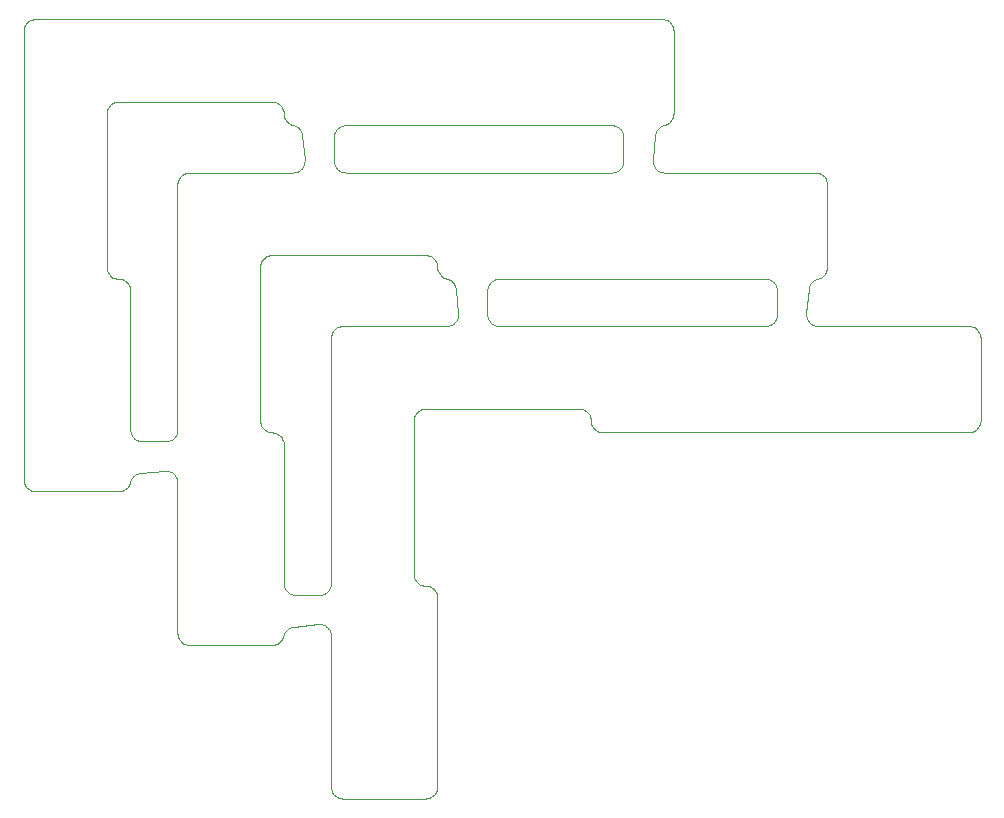
<source format=gko>
%MOIN*%
%OFA0B0*%
%FSLAX44Y44*%
%IPPOS*%
%LPD*%
%ADD10C,0*%
D10*
X00026377Y00034251D02*
X00026377Y00034251D01*
X00021352Y00034251D01*
X00021319Y00034253D01*
X00021287Y00034257D01*
X00021255Y00034264D01*
X00021223Y00034273D01*
X00021192Y00034285D01*
X00021163Y00034300D01*
X00021135Y00034317D01*
X00021108Y00034336D01*
X00021083Y00034358D01*
X00021060Y00034381D01*
X00021039Y00034407D01*
X00021020Y00034434D01*
X00021004Y00034462D01*
X00020990Y00034492D01*
X00020978Y00034523D01*
X00020969Y00034554D01*
X00020963Y00034587D01*
X00020959Y00034619D01*
X00020959Y00034652D01*
X00020961Y00034685D01*
X00021043Y00035494D01*
X00021047Y00035518D01*
X00021051Y00035542D01*
X00021057Y00035565D01*
X00021065Y00035588D01*
X00021074Y00035611D01*
X00021084Y00035633D01*
X00021096Y00035654D01*
X00021109Y00035674D01*
X00021123Y00035694D01*
X00021139Y00035713D01*
X00021155Y00035731D01*
X00021173Y00035747D01*
X00021191Y00035763D01*
X00021211Y00035777D01*
X00021231Y00035791D01*
X00021252Y00035802D01*
X00021274Y00035813D01*
X00021297Y00035822D01*
X00021320Y00035830D01*
X00021343Y00035836D01*
X00021381Y00035846D01*
X00021438Y00035869D01*
X00021491Y00035901D01*
X00021538Y00035942D01*
X00021578Y00035989D01*
X00021610Y00036041D01*
X00021634Y00036098D01*
X00021648Y00036158D01*
X00021653Y00036220D01*
X00021653Y00038976D01*
X00021648Y00039037D01*
X00021634Y00039098D01*
X00021610Y00039155D01*
X00021578Y00039207D01*
X00021538Y00039254D01*
X00021491Y00039294D01*
X00021438Y00039327D01*
X00021381Y00039350D01*
X00021321Y00039365D01*
X00021259Y00039370D01*
X00000393Y00039370D01*
X00000332Y00039365D01*
X00000272Y00039350D01*
X00000214Y00039327D01*
X00000162Y00039294D01*
X00000115Y00039254D01*
X00000075Y00039207D01*
X00000042Y00039155D01*
X00000019Y00039098D01*
X00000004Y00039037D01*
X00000000Y00038976D01*
X00000000Y00024015D01*
X00000004Y00023954D01*
X00000019Y00023894D01*
X00000042Y00023837D01*
X00000075Y00023784D01*
X00000115Y00023737D01*
X00000162Y00023697D01*
X00000214Y00023664D01*
X00000272Y00023641D01*
X00000332Y00023626D01*
X00000393Y00023622D01*
X00003149Y00023622D01*
X00003211Y00023626D01*
X00003271Y00023641D01*
X00003328Y00023664D01*
X00003381Y00023697D01*
X00003427Y00023737D01*
X00003468Y00023784D01*
X00003500Y00023837D01*
X00003524Y00023894D01*
X00003533Y00023932D01*
X00003539Y00023955D01*
X00003547Y00023978D01*
X00003556Y00024000D01*
X00003567Y00024022D01*
X00003579Y00024043D01*
X00003592Y00024064D01*
X00003606Y00024083D01*
X00003622Y00024102D01*
X00003639Y00024119D01*
X00003656Y00024136D01*
X00003675Y00024151D01*
X00003695Y00024166D01*
X00003715Y00024179D01*
X00003736Y00024190D01*
X00003758Y00024201D01*
X00003781Y00024210D01*
X00003804Y00024217D01*
X00003828Y00024223D01*
X00003851Y00024228D01*
X00003875Y00024231D01*
X00004684Y00024314D01*
X00004717Y00024316D01*
X00004750Y00024315D01*
X00004782Y00024312D01*
X00004815Y00024305D01*
X00004846Y00024296D01*
X00004877Y00024285D01*
X00004907Y00024271D01*
X00004935Y00024254D01*
X00004962Y00024236D01*
X00004988Y00024215D01*
X00005011Y00024191D01*
X00005033Y00024167D01*
X00005052Y00024140D01*
X00005069Y00024112D01*
X00005084Y00024082D01*
X00005096Y00024052D01*
X00005105Y00024020D01*
X00005112Y00023988D01*
X00005116Y00023955D01*
X00005118Y00023922D01*
X00005118Y00018897D01*
X00005122Y00018836D01*
X00005137Y00018775D01*
X00005161Y00018718D01*
X00005193Y00018666D01*
X00005233Y00018619D01*
X00005280Y00018579D01*
X00005333Y00018546D01*
X00005390Y00018523D01*
X00005450Y00018508D01*
X00005511Y00018503D01*
X00008267Y00018503D01*
X00008329Y00018508D01*
X00008389Y00018523D01*
X00008446Y00018546D01*
X00008499Y00018579D01*
X00008546Y00018619D01*
X00008586Y00018666D01*
X00008618Y00018718D01*
X00008642Y00018775D01*
X00008651Y00018813D01*
X00008657Y00018837D01*
X00008665Y00018860D01*
X00008674Y00018882D01*
X00008685Y00018904D01*
X00008697Y00018925D01*
X00008710Y00018946D01*
X00008724Y00018965D01*
X00008740Y00018984D01*
X00008757Y00019001D01*
X00008774Y00019018D01*
X00008793Y00019033D01*
X00008813Y00019047D01*
X00008833Y00019060D01*
X00008855Y00019072D01*
X00008877Y00019083D01*
X00008899Y00019092D01*
X00008922Y00019099D01*
X00008946Y00019105D01*
X00008969Y00019110D01*
X00008994Y00019113D01*
X00009802Y00019196D01*
X00009835Y00019198D01*
X00009868Y00019197D01*
X00009900Y00019194D01*
X00009933Y00019187D01*
X00009964Y00019178D01*
X00009995Y00019167D01*
X00010025Y00019153D01*
X00010054Y00019136D01*
X00010081Y00019117D01*
X00010106Y00019096D01*
X00010129Y00019073D01*
X00010151Y00019048D01*
X00010170Y00019022D01*
X00010187Y00018994D01*
X00010202Y00018964D01*
X00010214Y00018933D01*
X00010223Y00018902D01*
X00010230Y00018870D01*
X00010234Y00018837D01*
X00010236Y00018804D01*
X00010236Y00013779D01*
X00010241Y00013717D01*
X00010255Y00013657D01*
X00010279Y00013600D01*
X00010311Y00013548D01*
X00010351Y00013501D01*
X00010398Y00013461D01*
X00010451Y00013428D01*
X00010508Y00013405D01*
X00010568Y00013390D01*
X00010629Y00013385D01*
X00013385Y00013385D01*
X00013447Y00013390D01*
X00013507Y00013405D01*
X00013564Y00013428D01*
X00013617Y00013461D01*
X00013664Y00013501D01*
X00013704Y00013548D01*
X00013736Y00013600D01*
X00013760Y00013657D01*
X00013774Y00013717D01*
X00013779Y00013779D01*
X00013779Y00020078D01*
X00013774Y00020140D01*
X00013760Y00020200D01*
X00013736Y00020257D01*
X00013704Y00020310D01*
X00013664Y00020357D01*
X00013617Y00020397D01*
X00013564Y00020429D01*
X00013507Y00020453D01*
X00013447Y00020467D01*
X00013385Y00020472D01*
X00013385Y00020472D01*
X00013324Y00020477D01*
X00013264Y00020491D01*
X00013207Y00020515D01*
X00013154Y00020547D01*
X00013107Y00020587D01*
X00013067Y00020634D01*
X00013035Y00020687D01*
X00013011Y00020744D01*
X00012996Y00020804D01*
X00012992Y00020866D01*
X00012992Y00025984D01*
X00012996Y00026045D01*
X00013011Y00026105D01*
X00013035Y00026162D01*
X00013067Y00026215D01*
X00013107Y00026262D01*
X00013154Y00026302D01*
X00013207Y00026335D01*
X00013264Y00026358D01*
X00013324Y00026373D01*
X00013385Y00026377D01*
X00018503Y00026377D01*
X00018565Y00026373D01*
X00018625Y00026358D01*
X00018682Y00026335D01*
X00018735Y00026302D01*
X00018782Y00026262D01*
X00018822Y00026215D01*
X00018854Y00026162D01*
X00018878Y00026105D01*
X00018892Y00026045D01*
X00018897Y00025984D01*
X00018897Y00025984D01*
X00018902Y00025922D01*
X00018916Y00025862D01*
X00018940Y00025805D01*
X00018972Y00025752D01*
X00019012Y00025705D01*
X00019059Y00025665D01*
X00019112Y00025633D01*
X00019169Y00025609D01*
X00019229Y00025595D01*
X00019291Y00025590D01*
X00031496Y00025590D01*
X00031557Y00025595D01*
X00031617Y00025609D01*
X00031674Y00025633D01*
X00031727Y00025665D01*
X00031774Y00025705D01*
X00031814Y00025752D01*
X00031846Y00025805D01*
X00031870Y00025862D01*
X00031884Y00025922D01*
X00031889Y00025984D01*
X00031889Y00028740D01*
X00031884Y00028801D01*
X00031870Y00028861D01*
X00031846Y00028918D01*
X00031814Y00028971D01*
X00031774Y00029018D01*
X00031727Y00029058D01*
X00031674Y00029090D01*
X00031617Y00029114D01*
X00031557Y00029129D01*
X00031496Y00029133D01*
X00026470Y00029133D01*
X00026438Y00029135D01*
X00026405Y00029139D01*
X00026373Y00029146D01*
X00026341Y00029155D01*
X00026311Y00029167D01*
X00026281Y00029182D01*
X00026253Y00029199D01*
X00026226Y00029218D01*
X00026201Y00029240D01*
X00026178Y00029263D01*
X00026157Y00029289D01*
X00026138Y00029316D01*
X00026122Y00029344D01*
X00026108Y00029374D01*
X00026096Y00029405D01*
X00026087Y00029436D01*
X00026081Y00029469D01*
X00026078Y00029501D01*
X00026077Y00029534D01*
X00026079Y00029567D01*
X00026161Y00030376D01*
X00026165Y00030400D01*
X00026169Y00030423D01*
X00026175Y00030447D01*
X00026183Y00030470D01*
X00026192Y00030493D01*
X00026202Y00030514D01*
X00026214Y00030536D01*
X00026227Y00030556D01*
X00026241Y00030576D01*
X00026257Y00030595D01*
X00026273Y00030612D01*
X00026291Y00030629D01*
X00026309Y00030645D01*
X00026329Y00030659D01*
X00026349Y00030672D01*
X00026371Y00030684D01*
X00026392Y00030695D01*
X00026415Y00030704D01*
X00026438Y00030712D01*
X00026461Y00030718D01*
X00026499Y00030727D01*
X00026556Y00030751D01*
X00026609Y00030783D01*
X00026656Y00030823D01*
X00026696Y00030870D01*
X00026728Y00030923D01*
X00026752Y00030980D01*
X00026766Y00031040D01*
X00026771Y00031102D01*
X00026771Y00033858D01*
X00026766Y00033919D01*
X00026752Y00033979D01*
X00026728Y00034037D01*
X00026696Y00034089D01*
X00026656Y00034136D01*
X00026609Y00034176D01*
X00026556Y00034209D01*
X00026499Y00034232D01*
X00026439Y00034247D01*
X00026377Y00034251D01*
X00008661Y00020565D02*
X00008661Y00020565D01*
X00008661Y00025196D01*
X00008656Y00025258D01*
X00008642Y00025318D01*
X00008618Y00025375D01*
X00008586Y00025428D01*
X00008546Y00025475D01*
X00008499Y00025515D01*
X00008446Y00025547D01*
X00008389Y00025571D01*
X00008329Y00025585D01*
X00008267Y00025590D01*
X00008267Y00025590D01*
X00008206Y00025595D01*
X00008146Y00025609D01*
X00008088Y00025633D01*
X00008036Y00025665D01*
X00007989Y00025705D01*
X00007949Y00025752D01*
X00007916Y00025805D01*
X00007893Y00025862D01*
X00007878Y00025922D01*
X00007874Y00025984D01*
X00007874Y00031102D01*
X00007878Y00031163D01*
X00007893Y00031224D01*
X00007916Y00031281D01*
X00007949Y00031333D01*
X00007989Y00031380D01*
X00008036Y00031420D01*
X00008088Y00031453D01*
X00008146Y00031476D01*
X00008206Y00031491D01*
X00008267Y00031496D01*
X00013385Y00031496D01*
X00013447Y00031491D01*
X00013507Y00031476D01*
X00013564Y00031453D01*
X00013617Y00031420D01*
X00013664Y00031380D01*
X00013704Y00031333D01*
X00013736Y00031281D01*
X00013760Y00031224D01*
X00013774Y00031163D01*
X00013779Y00031102D01*
X00013779Y00031102D01*
X00013784Y00031040D01*
X00013798Y00030980D01*
X00013822Y00030923D01*
X00013854Y00030870D01*
X00013894Y00030823D01*
X00013941Y00030783D01*
X00013994Y00030751D01*
X00014051Y00030727D01*
X00014089Y00030718D01*
X00014112Y00030712D01*
X00014135Y00030704D01*
X00014158Y00030695D01*
X00014180Y00030684D01*
X00014201Y00030672D01*
X00014221Y00030659D01*
X00014241Y00030645D01*
X00014259Y00030629D01*
X00014277Y00030612D01*
X00014293Y00030595D01*
X00014309Y00030576D01*
X00014323Y00030556D01*
X00014336Y00030536D01*
X00014348Y00030514D01*
X00014358Y00030493D01*
X00014367Y00030470D01*
X00014375Y00030447D01*
X00014381Y00030423D01*
X00014386Y00030400D01*
X00014389Y00030376D01*
X00014471Y00029567D01*
X00014473Y00029534D01*
X00014473Y00029501D01*
X00014469Y00029469D01*
X00014463Y00029436D01*
X00014454Y00029405D01*
X00014442Y00029374D01*
X00014428Y00029344D01*
X00014412Y00029316D01*
X00014393Y00029289D01*
X00014372Y00029263D01*
X00014349Y00029240D01*
X00014324Y00029218D01*
X00014297Y00029199D01*
X00014269Y00029182D01*
X00014240Y00029167D01*
X00014209Y00029155D01*
X00014178Y00029146D01*
X00014145Y00029139D01*
X00014113Y00029135D01*
X00014080Y00029133D01*
X00010629Y00029133D01*
X00010568Y00029129D01*
X00010508Y00029114D01*
X00010451Y00029090D01*
X00010398Y00029058D01*
X00010351Y00029018D01*
X00010311Y00028971D01*
X00010279Y00028918D01*
X00010255Y00028861D01*
X00010241Y00028801D01*
X00010236Y00028740D01*
X00010236Y00020565D01*
X00010235Y00020534D01*
X00010231Y00020503D01*
X00010225Y00020473D01*
X00010216Y00020443D01*
X00010206Y00020414D01*
X00010193Y00020386D01*
X00010178Y00020359D01*
X00010161Y00020333D01*
X00010141Y00020309D01*
X00010120Y00020286D01*
X00010098Y00020266D01*
X00010073Y00020246D01*
X00010048Y00020229D01*
X00010021Y00020214D01*
X00009993Y00020201D01*
X00009964Y00020190D01*
X00009934Y00020182D01*
X00009904Y00020176D01*
X00009873Y00020172D01*
X00009842Y00020171D01*
X00009055Y00020171D01*
X00009024Y00020172D01*
X00008993Y00020176D01*
X00008963Y00020182D01*
X00008933Y00020190D01*
X00008904Y00020201D01*
X00008876Y00020214D01*
X00008849Y00020229D01*
X00008823Y00020246D01*
X00008799Y00020266D01*
X00008776Y00020286D01*
X00008755Y00020309D01*
X00008736Y00020333D01*
X00008719Y00020359D01*
X00008704Y00020386D01*
X00008691Y00020414D01*
X00008680Y00020443D01*
X00008672Y00020473D01*
X00008666Y00020503D01*
X00008662Y00020534D01*
X00008661Y00020565D01*
X00024710Y00030708D02*
X00024710Y00030708D01*
X00024741Y00030707D01*
X00024771Y00030703D01*
X00024802Y00030697D01*
X00024831Y00030689D01*
X00024860Y00030678D01*
X00024888Y00030665D01*
X00024915Y00030650D01*
X00024941Y00030633D01*
X00024965Y00030614D01*
X00024988Y00030593D01*
X00025009Y00030570D01*
X00025028Y00030546D01*
X00025045Y00030520D01*
X00025060Y00030493D01*
X00025073Y00030465D01*
X00025084Y00030436D01*
X00025093Y00030406D01*
X00025099Y00030376D01*
X00025102Y00030345D01*
X00025103Y00030314D01*
X00025103Y00029527D01*
X00025102Y00029496D01*
X00025099Y00029465D01*
X00025093Y00029435D01*
X00025084Y00029405D01*
X00025073Y00029376D01*
X00025060Y00029348D01*
X00025045Y00029321D01*
X00025028Y00029296D01*
X00025009Y00029271D01*
X00024988Y00029249D01*
X00024965Y00029228D01*
X00024941Y00029209D01*
X00024915Y00029191D01*
X00024888Y00029176D01*
X00024860Y00029163D01*
X00024831Y00029153D01*
X00024802Y00029144D01*
X00024771Y00029138D01*
X00024741Y00029135D01*
X00024710Y00029133D01*
X00015840Y00029133D01*
X00015810Y00029135D01*
X00015779Y00029138D01*
X00015749Y00029144D01*
X00015719Y00029153D01*
X00015690Y00029163D01*
X00015662Y00029176D01*
X00015635Y00029191D01*
X00015609Y00029209D01*
X00015585Y00029228D01*
X00015562Y00029249D01*
X00015541Y00029271D01*
X00015522Y00029296D01*
X00015505Y00029321D01*
X00015490Y00029348D01*
X00015477Y00029376D01*
X00015466Y00029405D01*
X00015458Y00029435D01*
X00015452Y00029465D01*
X00015448Y00029496D01*
X00015447Y00029527D01*
X00015447Y00030314D01*
X00015448Y00030345D01*
X00015452Y00030376D01*
X00015458Y00030406D01*
X00015466Y00030436D01*
X00015477Y00030465D01*
X00015490Y00030493D01*
X00015505Y00030520D01*
X00015522Y00030546D01*
X00015541Y00030570D01*
X00015562Y00030593D01*
X00015585Y00030614D01*
X00015609Y00030633D01*
X00015635Y00030650D01*
X00015662Y00030665D01*
X00015690Y00030678D01*
X00015719Y00030689D01*
X00015749Y00030697D01*
X00015779Y00030703D01*
X00015810Y00030707D01*
X00015840Y00030708D01*
X00024710Y00030708D01*
X00010722Y00034251D02*
X00010722Y00034251D01*
X00010691Y00034253D01*
X00010661Y00034256D01*
X00010630Y00034262D01*
X00010601Y00034271D01*
X00010572Y00034281D01*
X00010544Y00034294D01*
X00010517Y00034309D01*
X00010491Y00034327D01*
X00010467Y00034346D01*
X00010444Y00034367D01*
X00010423Y00034389D01*
X00010404Y00034414D01*
X00010387Y00034439D01*
X00010372Y00034466D01*
X00010359Y00034495D01*
X00010348Y00034524D01*
X00010340Y00034553D01*
X00010334Y00034584D01*
X00010330Y00034614D01*
X00010329Y00034645D01*
X00010329Y00035433D01*
X00010330Y00035463D01*
X00010334Y00035494D01*
X00010340Y00035524D01*
X00010348Y00035554D01*
X00010359Y00035583D01*
X00010372Y00035611D01*
X00010387Y00035638D01*
X00010404Y00035664D01*
X00010423Y00035688D01*
X00010444Y00035711D01*
X00010467Y00035732D01*
X00010491Y00035751D01*
X00010517Y00035768D01*
X00010544Y00035783D01*
X00010572Y00035796D01*
X00010601Y00035807D01*
X00010630Y00035815D01*
X00010661Y00035821D01*
X00010691Y00035825D01*
X00010722Y00035826D01*
X00019592Y00035826D01*
X00019622Y00035825D01*
X00019653Y00035821D01*
X00019684Y00035815D01*
X00019713Y00035807D01*
X00019742Y00035796D01*
X00019770Y00035783D01*
X00019797Y00035768D01*
X00019823Y00035751D01*
X00019847Y00035732D01*
X00019870Y00035711D01*
X00019891Y00035688D01*
X00019910Y00035664D01*
X00019927Y00035638D01*
X00019942Y00035611D01*
X00019955Y00035583D01*
X00019966Y00035554D01*
X00019974Y00035524D01*
X00019980Y00035494D01*
X00019984Y00035463D01*
X00019985Y00035433D01*
X00019985Y00034645D01*
X00019984Y00034614D01*
X00019980Y00034584D01*
X00019974Y00034553D01*
X00019966Y00034524D01*
X00019955Y00034495D01*
X00019942Y00034466D01*
X00019927Y00034439D01*
X00019910Y00034414D01*
X00019891Y00034389D01*
X00019870Y00034367D01*
X00019847Y00034346D01*
X00019823Y00034327D01*
X00019797Y00034309D01*
X00019770Y00034294D01*
X00019742Y00034281D01*
X00019713Y00034271D01*
X00019684Y00034262D01*
X00019653Y00034256D01*
X00019622Y00034253D01*
X00019592Y00034251D01*
X00010722Y00034251D01*
X00008971Y00035836D02*
X00008971Y00035836D01*
X00008994Y00035830D01*
X00009017Y00035822D01*
X00009040Y00035813D01*
X00009062Y00035802D01*
X00009083Y00035790D01*
X00009103Y00035777D01*
X00009123Y00035763D01*
X00009141Y00035747D01*
X00009159Y00035731D01*
X00009175Y00035713D01*
X00009191Y00035694D01*
X00009205Y00035674D01*
X00009218Y00035654D01*
X00009230Y00035633D01*
X00009240Y00035611D01*
X00009249Y00035588D01*
X00009257Y00035565D01*
X00009263Y00035542D01*
X00009267Y00035518D01*
X00009271Y00035494D01*
X00009353Y00034685D01*
X00009355Y00034652D01*
X00009355Y00034619D01*
X00009351Y00034587D01*
X00009345Y00034554D01*
X00009336Y00034523D01*
X00009324Y00034492D01*
X00009310Y00034462D01*
X00009294Y00034434D01*
X00009275Y00034407D01*
X00009254Y00034381D01*
X00009231Y00034358D01*
X00009206Y00034336D01*
X00009179Y00034317D01*
X00009151Y00034300D01*
X00009122Y00034285D01*
X00009091Y00034273D01*
X00009059Y00034264D01*
X00009027Y00034257D01*
X00008995Y00034253D01*
X00008962Y00034251D01*
X00005511Y00034251D01*
X00005450Y00034247D01*
X00005390Y00034232D01*
X00005333Y00034209D01*
X00005280Y00034176D01*
X00005233Y00034136D01*
X00005193Y00034089D01*
X00005161Y00034037D01*
X00005137Y00033979D01*
X00005122Y00033919D01*
X00005118Y00033858D01*
X00005118Y00025683D01*
X00005116Y00025652D01*
X00005113Y00025621D01*
X00005107Y00025591D01*
X00005098Y00025561D01*
X00005088Y00025532D01*
X00005075Y00025504D01*
X00005060Y00025477D01*
X00005042Y00025452D01*
X00005023Y00025427D01*
X00005002Y00025405D01*
X00004980Y00025384D01*
X00004955Y00025364D01*
X00004930Y00025347D01*
X00004903Y00025332D01*
X00004875Y00025319D01*
X00004846Y00025309D01*
X00004816Y00025300D01*
X00004785Y00025294D01*
X00004755Y00025291D01*
X00004724Y00025289D01*
X00003937Y00025289D01*
X00003906Y00025291D01*
X00003875Y00025294D01*
X00003845Y00025300D01*
X00003815Y00025309D01*
X00003786Y00025319D01*
X00003758Y00025332D01*
X00003731Y00025347D01*
X00003705Y00025364D01*
X00003681Y00025384D01*
X00003658Y00025405D01*
X00003637Y00025427D01*
X00003618Y00025452D01*
X00003601Y00025477D01*
X00003586Y00025504D01*
X00003573Y00025532D01*
X00003562Y00025561D01*
X00003554Y00025591D01*
X00003548Y00025621D01*
X00003544Y00025652D01*
X00003543Y00025683D01*
X00003543Y00030314D01*
X00003538Y00030376D01*
X00003524Y00030436D01*
X00003500Y00030493D01*
X00003468Y00030546D01*
X00003427Y00030593D01*
X00003381Y00030633D01*
X00003328Y00030665D01*
X00003271Y00030689D01*
X00003211Y00030703D01*
X00003149Y00030708D01*
X00003149Y00030708D01*
X00003088Y00030713D01*
X00003027Y00030727D01*
X00002970Y00030751D01*
X00002918Y00030783D01*
X00002871Y00030823D01*
X00002831Y00030870D01*
X00002798Y00030923D01*
X00002775Y00030980D01*
X00002760Y00031040D01*
X00002755Y00031102D01*
X00002755Y00036220D01*
X00002760Y00036282D01*
X00002775Y00036342D01*
X00002798Y00036399D01*
X00002831Y00036451D01*
X00002871Y00036498D01*
X00002918Y00036538D01*
X00002970Y00036571D01*
X00003027Y00036594D01*
X00003088Y00036609D01*
X00003149Y00036614D01*
X00008267Y00036614D01*
X00008329Y00036609D01*
X00008389Y00036594D01*
X00008446Y00036571D01*
X00008499Y00036538D01*
X00008546Y00036498D01*
X00008586Y00036451D01*
X00008618Y00036399D01*
X00008642Y00036342D01*
X00008656Y00036282D01*
X00008661Y00036220D01*
X00008661Y00036220D01*
X00008666Y00036158D01*
X00008680Y00036098D01*
X00008704Y00036041D01*
X00008736Y00035989D01*
X00008776Y00035942D01*
X00008823Y00035901D01*
X00008876Y00035869D01*
X00008933Y00035846D01*
X00008971Y00035836D01*
M02*
</source>
